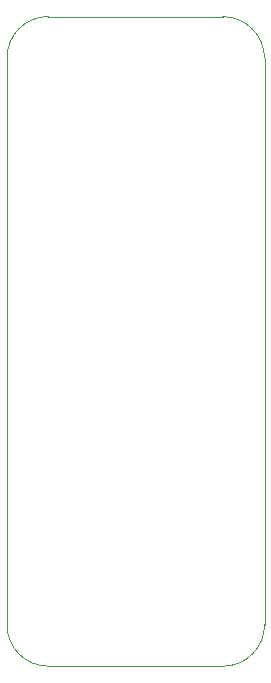
<source format=gbr>
%TF.GenerationSoftware,KiCad,Pcbnew,(6.0.2)*%
%TF.CreationDate,2022-02-22T18:51:34-06:00*%
%TF.ProjectId,rpi-cm4-carrier-template,7270692d-636d-4342-9d63-617272696572,v01*%
%TF.SameCoordinates,Original*%
%TF.FileFunction,Profile,NP*%
%FSLAX46Y46*%
G04 Gerber Fmt 4.6, Leading zero omitted, Abs format (unit mm)*
G04 Created by KiCad (PCBNEW (6.0.2)) date 2022-02-22 18:51:34*
%MOMM*%
%LPD*%
G01*
G04 APERTURE LIST*
%TA.AperFunction,Profile*%
%ADD10C,0.100000*%
%TD*%
G04 APERTURE END LIST*
D10*
X177675000Y-126500000D02*
X177675000Y-78500000D01*
X162875000Y-75000000D02*
X174125000Y-75000000D01*
X159349874Y-75000000D02*
G75*
G03*
X155875000Y-78500000I1J-3474965D01*
G01*
X155875000Y-78500000D02*
X155875000Y-126500000D01*
X155875000Y-126500000D02*
G75*
G03*
X159375000Y-129999999I3475140J-24859D01*
G01*
X159375000Y-130000000D02*
X162875000Y-130000000D01*
X174175000Y-130000000D02*
G75*
G03*
X177675000Y-126500000I1J3499999D01*
G01*
X177675000Y-78500000D02*
G75*
G03*
X174125000Y-75000000I-3550000J-50357D01*
G01*
X162875000Y-130000000D02*
X174175000Y-130000000D01*
X159349874Y-75000000D02*
X162875000Y-75000000D01*
M02*

</source>
